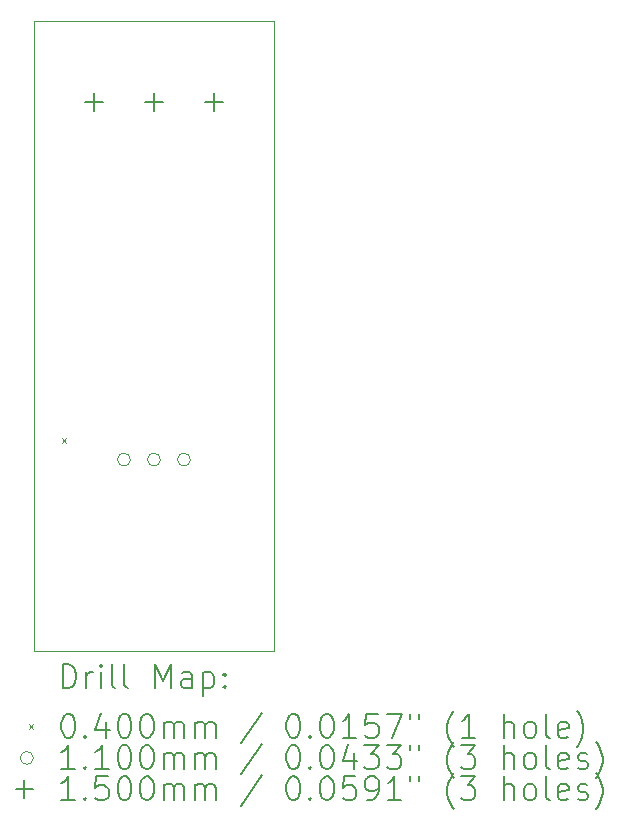
<source format=gbr>
%TF.GenerationSoftware,KiCad,Pcbnew,7.0.2*%
%TF.CreationDate,2023-05-13T17:25:25+02:00*%
%TF.ProjectId,Einschaltstrombegrenzung,45696e73-6368-4616-9c74-7374726f6d62,rev?*%
%TF.SameCoordinates,Original*%
%TF.FileFunction,Drillmap*%
%TF.FilePolarity,Positive*%
%FSLAX45Y45*%
G04 Gerber Fmt 4.5, Leading zero omitted, Abs format (unit mm)*
G04 Created by KiCad (PCBNEW 7.0.2) date 2023-05-13 17:25:25*
%MOMM*%
%LPD*%
G01*
G04 APERTURE LIST*
%ADD10C,0.100000*%
%ADD11C,0.200000*%
%ADD12C,0.040000*%
%ADD13C,0.110000*%
%ADD14C,0.150000*%
G04 APERTURE END LIST*
D10*
X12700000Y-11938000D02*
X12700000Y-6604000D01*
X14732000Y-6604000D02*
X14732000Y-11938000D01*
X12700000Y-6604000D02*
X14732000Y-6604000D01*
X14732000Y-11938000D02*
X12700000Y-11938000D01*
D11*
D12*
X12934000Y-10140000D02*
X12974000Y-10180000D01*
X12974000Y-10140000D02*
X12934000Y-10180000D01*
D13*
X13517000Y-10321000D02*
G75*
G03*
X13517000Y-10321000I-55000J0D01*
G01*
X13771000Y-10321000D02*
G75*
G03*
X13771000Y-10321000I-55000J0D01*
G01*
X14025000Y-10321000D02*
G75*
G03*
X14025000Y-10321000I-55000J0D01*
G01*
D14*
X13208000Y-7218750D02*
X13208000Y-7368750D01*
X13133000Y-7293750D02*
X13283000Y-7293750D01*
X13716000Y-7218750D02*
X13716000Y-7368750D01*
X13641000Y-7293750D02*
X13791000Y-7293750D01*
X14224000Y-7218750D02*
X14224000Y-7368750D01*
X14149000Y-7293750D02*
X14299000Y-7293750D01*
D11*
X12942619Y-12255524D02*
X12942619Y-12055524D01*
X12942619Y-12055524D02*
X12990238Y-12055524D01*
X12990238Y-12055524D02*
X13018809Y-12065048D01*
X13018809Y-12065048D02*
X13037857Y-12084095D01*
X13037857Y-12084095D02*
X13047381Y-12103143D01*
X13047381Y-12103143D02*
X13056905Y-12141238D01*
X13056905Y-12141238D02*
X13056905Y-12169809D01*
X13056905Y-12169809D02*
X13047381Y-12207905D01*
X13047381Y-12207905D02*
X13037857Y-12226952D01*
X13037857Y-12226952D02*
X13018809Y-12246000D01*
X13018809Y-12246000D02*
X12990238Y-12255524D01*
X12990238Y-12255524D02*
X12942619Y-12255524D01*
X13142619Y-12255524D02*
X13142619Y-12122190D01*
X13142619Y-12160286D02*
X13152143Y-12141238D01*
X13152143Y-12141238D02*
X13161667Y-12131714D01*
X13161667Y-12131714D02*
X13180714Y-12122190D01*
X13180714Y-12122190D02*
X13199762Y-12122190D01*
X13266428Y-12255524D02*
X13266428Y-12122190D01*
X13266428Y-12055524D02*
X13256905Y-12065048D01*
X13256905Y-12065048D02*
X13266428Y-12074571D01*
X13266428Y-12074571D02*
X13275952Y-12065048D01*
X13275952Y-12065048D02*
X13266428Y-12055524D01*
X13266428Y-12055524D02*
X13266428Y-12074571D01*
X13390238Y-12255524D02*
X13371190Y-12246000D01*
X13371190Y-12246000D02*
X13361667Y-12226952D01*
X13361667Y-12226952D02*
X13361667Y-12055524D01*
X13495000Y-12255524D02*
X13475952Y-12246000D01*
X13475952Y-12246000D02*
X13466428Y-12226952D01*
X13466428Y-12226952D02*
X13466428Y-12055524D01*
X13723571Y-12255524D02*
X13723571Y-12055524D01*
X13723571Y-12055524D02*
X13790238Y-12198381D01*
X13790238Y-12198381D02*
X13856905Y-12055524D01*
X13856905Y-12055524D02*
X13856905Y-12255524D01*
X14037857Y-12255524D02*
X14037857Y-12150762D01*
X14037857Y-12150762D02*
X14028333Y-12131714D01*
X14028333Y-12131714D02*
X14009286Y-12122190D01*
X14009286Y-12122190D02*
X13971190Y-12122190D01*
X13971190Y-12122190D02*
X13952143Y-12131714D01*
X14037857Y-12246000D02*
X14018809Y-12255524D01*
X14018809Y-12255524D02*
X13971190Y-12255524D01*
X13971190Y-12255524D02*
X13952143Y-12246000D01*
X13952143Y-12246000D02*
X13942619Y-12226952D01*
X13942619Y-12226952D02*
X13942619Y-12207905D01*
X13942619Y-12207905D02*
X13952143Y-12188857D01*
X13952143Y-12188857D02*
X13971190Y-12179333D01*
X13971190Y-12179333D02*
X14018809Y-12179333D01*
X14018809Y-12179333D02*
X14037857Y-12169809D01*
X14133095Y-12122190D02*
X14133095Y-12322190D01*
X14133095Y-12131714D02*
X14152143Y-12122190D01*
X14152143Y-12122190D02*
X14190238Y-12122190D01*
X14190238Y-12122190D02*
X14209286Y-12131714D01*
X14209286Y-12131714D02*
X14218809Y-12141238D01*
X14218809Y-12141238D02*
X14228333Y-12160286D01*
X14228333Y-12160286D02*
X14228333Y-12217428D01*
X14228333Y-12217428D02*
X14218809Y-12236476D01*
X14218809Y-12236476D02*
X14209286Y-12246000D01*
X14209286Y-12246000D02*
X14190238Y-12255524D01*
X14190238Y-12255524D02*
X14152143Y-12255524D01*
X14152143Y-12255524D02*
X14133095Y-12246000D01*
X14314048Y-12236476D02*
X14323571Y-12246000D01*
X14323571Y-12246000D02*
X14314048Y-12255524D01*
X14314048Y-12255524D02*
X14304524Y-12246000D01*
X14304524Y-12246000D02*
X14314048Y-12236476D01*
X14314048Y-12236476D02*
X14314048Y-12255524D01*
X14314048Y-12131714D02*
X14323571Y-12141238D01*
X14323571Y-12141238D02*
X14314048Y-12150762D01*
X14314048Y-12150762D02*
X14304524Y-12141238D01*
X14304524Y-12141238D02*
X14314048Y-12131714D01*
X14314048Y-12131714D02*
X14314048Y-12150762D01*
D12*
X12655000Y-12563000D02*
X12695000Y-12603000D01*
X12695000Y-12563000D02*
X12655000Y-12603000D01*
D11*
X12980714Y-12475524D02*
X12999762Y-12475524D01*
X12999762Y-12475524D02*
X13018809Y-12485048D01*
X13018809Y-12485048D02*
X13028333Y-12494571D01*
X13028333Y-12494571D02*
X13037857Y-12513619D01*
X13037857Y-12513619D02*
X13047381Y-12551714D01*
X13047381Y-12551714D02*
X13047381Y-12599333D01*
X13047381Y-12599333D02*
X13037857Y-12637428D01*
X13037857Y-12637428D02*
X13028333Y-12656476D01*
X13028333Y-12656476D02*
X13018809Y-12666000D01*
X13018809Y-12666000D02*
X12999762Y-12675524D01*
X12999762Y-12675524D02*
X12980714Y-12675524D01*
X12980714Y-12675524D02*
X12961667Y-12666000D01*
X12961667Y-12666000D02*
X12952143Y-12656476D01*
X12952143Y-12656476D02*
X12942619Y-12637428D01*
X12942619Y-12637428D02*
X12933095Y-12599333D01*
X12933095Y-12599333D02*
X12933095Y-12551714D01*
X12933095Y-12551714D02*
X12942619Y-12513619D01*
X12942619Y-12513619D02*
X12952143Y-12494571D01*
X12952143Y-12494571D02*
X12961667Y-12485048D01*
X12961667Y-12485048D02*
X12980714Y-12475524D01*
X13133095Y-12656476D02*
X13142619Y-12666000D01*
X13142619Y-12666000D02*
X13133095Y-12675524D01*
X13133095Y-12675524D02*
X13123571Y-12666000D01*
X13123571Y-12666000D02*
X13133095Y-12656476D01*
X13133095Y-12656476D02*
X13133095Y-12675524D01*
X13314048Y-12542190D02*
X13314048Y-12675524D01*
X13266428Y-12466000D02*
X13218809Y-12608857D01*
X13218809Y-12608857D02*
X13342619Y-12608857D01*
X13456905Y-12475524D02*
X13475952Y-12475524D01*
X13475952Y-12475524D02*
X13495000Y-12485048D01*
X13495000Y-12485048D02*
X13504524Y-12494571D01*
X13504524Y-12494571D02*
X13514048Y-12513619D01*
X13514048Y-12513619D02*
X13523571Y-12551714D01*
X13523571Y-12551714D02*
X13523571Y-12599333D01*
X13523571Y-12599333D02*
X13514048Y-12637428D01*
X13514048Y-12637428D02*
X13504524Y-12656476D01*
X13504524Y-12656476D02*
X13495000Y-12666000D01*
X13495000Y-12666000D02*
X13475952Y-12675524D01*
X13475952Y-12675524D02*
X13456905Y-12675524D01*
X13456905Y-12675524D02*
X13437857Y-12666000D01*
X13437857Y-12666000D02*
X13428333Y-12656476D01*
X13428333Y-12656476D02*
X13418809Y-12637428D01*
X13418809Y-12637428D02*
X13409286Y-12599333D01*
X13409286Y-12599333D02*
X13409286Y-12551714D01*
X13409286Y-12551714D02*
X13418809Y-12513619D01*
X13418809Y-12513619D02*
X13428333Y-12494571D01*
X13428333Y-12494571D02*
X13437857Y-12485048D01*
X13437857Y-12485048D02*
X13456905Y-12475524D01*
X13647381Y-12475524D02*
X13666429Y-12475524D01*
X13666429Y-12475524D02*
X13685476Y-12485048D01*
X13685476Y-12485048D02*
X13695000Y-12494571D01*
X13695000Y-12494571D02*
X13704524Y-12513619D01*
X13704524Y-12513619D02*
X13714048Y-12551714D01*
X13714048Y-12551714D02*
X13714048Y-12599333D01*
X13714048Y-12599333D02*
X13704524Y-12637428D01*
X13704524Y-12637428D02*
X13695000Y-12656476D01*
X13695000Y-12656476D02*
X13685476Y-12666000D01*
X13685476Y-12666000D02*
X13666429Y-12675524D01*
X13666429Y-12675524D02*
X13647381Y-12675524D01*
X13647381Y-12675524D02*
X13628333Y-12666000D01*
X13628333Y-12666000D02*
X13618809Y-12656476D01*
X13618809Y-12656476D02*
X13609286Y-12637428D01*
X13609286Y-12637428D02*
X13599762Y-12599333D01*
X13599762Y-12599333D02*
X13599762Y-12551714D01*
X13599762Y-12551714D02*
X13609286Y-12513619D01*
X13609286Y-12513619D02*
X13618809Y-12494571D01*
X13618809Y-12494571D02*
X13628333Y-12485048D01*
X13628333Y-12485048D02*
X13647381Y-12475524D01*
X13799762Y-12675524D02*
X13799762Y-12542190D01*
X13799762Y-12561238D02*
X13809286Y-12551714D01*
X13809286Y-12551714D02*
X13828333Y-12542190D01*
X13828333Y-12542190D02*
X13856905Y-12542190D01*
X13856905Y-12542190D02*
X13875952Y-12551714D01*
X13875952Y-12551714D02*
X13885476Y-12570762D01*
X13885476Y-12570762D02*
X13885476Y-12675524D01*
X13885476Y-12570762D02*
X13895000Y-12551714D01*
X13895000Y-12551714D02*
X13914048Y-12542190D01*
X13914048Y-12542190D02*
X13942619Y-12542190D01*
X13942619Y-12542190D02*
X13961667Y-12551714D01*
X13961667Y-12551714D02*
X13971190Y-12570762D01*
X13971190Y-12570762D02*
X13971190Y-12675524D01*
X14066429Y-12675524D02*
X14066429Y-12542190D01*
X14066429Y-12561238D02*
X14075952Y-12551714D01*
X14075952Y-12551714D02*
X14095000Y-12542190D01*
X14095000Y-12542190D02*
X14123571Y-12542190D01*
X14123571Y-12542190D02*
X14142619Y-12551714D01*
X14142619Y-12551714D02*
X14152143Y-12570762D01*
X14152143Y-12570762D02*
X14152143Y-12675524D01*
X14152143Y-12570762D02*
X14161667Y-12551714D01*
X14161667Y-12551714D02*
X14180714Y-12542190D01*
X14180714Y-12542190D02*
X14209286Y-12542190D01*
X14209286Y-12542190D02*
X14228333Y-12551714D01*
X14228333Y-12551714D02*
X14237857Y-12570762D01*
X14237857Y-12570762D02*
X14237857Y-12675524D01*
X14628333Y-12466000D02*
X14456905Y-12723143D01*
X14885476Y-12475524D02*
X14904524Y-12475524D01*
X14904524Y-12475524D02*
X14923572Y-12485048D01*
X14923572Y-12485048D02*
X14933095Y-12494571D01*
X14933095Y-12494571D02*
X14942619Y-12513619D01*
X14942619Y-12513619D02*
X14952143Y-12551714D01*
X14952143Y-12551714D02*
X14952143Y-12599333D01*
X14952143Y-12599333D02*
X14942619Y-12637428D01*
X14942619Y-12637428D02*
X14933095Y-12656476D01*
X14933095Y-12656476D02*
X14923572Y-12666000D01*
X14923572Y-12666000D02*
X14904524Y-12675524D01*
X14904524Y-12675524D02*
X14885476Y-12675524D01*
X14885476Y-12675524D02*
X14866429Y-12666000D01*
X14866429Y-12666000D02*
X14856905Y-12656476D01*
X14856905Y-12656476D02*
X14847381Y-12637428D01*
X14847381Y-12637428D02*
X14837857Y-12599333D01*
X14837857Y-12599333D02*
X14837857Y-12551714D01*
X14837857Y-12551714D02*
X14847381Y-12513619D01*
X14847381Y-12513619D02*
X14856905Y-12494571D01*
X14856905Y-12494571D02*
X14866429Y-12485048D01*
X14866429Y-12485048D02*
X14885476Y-12475524D01*
X15037857Y-12656476D02*
X15047381Y-12666000D01*
X15047381Y-12666000D02*
X15037857Y-12675524D01*
X15037857Y-12675524D02*
X15028333Y-12666000D01*
X15028333Y-12666000D02*
X15037857Y-12656476D01*
X15037857Y-12656476D02*
X15037857Y-12675524D01*
X15171191Y-12475524D02*
X15190238Y-12475524D01*
X15190238Y-12475524D02*
X15209286Y-12485048D01*
X15209286Y-12485048D02*
X15218810Y-12494571D01*
X15218810Y-12494571D02*
X15228333Y-12513619D01*
X15228333Y-12513619D02*
X15237857Y-12551714D01*
X15237857Y-12551714D02*
X15237857Y-12599333D01*
X15237857Y-12599333D02*
X15228333Y-12637428D01*
X15228333Y-12637428D02*
X15218810Y-12656476D01*
X15218810Y-12656476D02*
X15209286Y-12666000D01*
X15209286Y-12666000D02*
X15190238Y-12675524D01*
X15190238Y-12675524D02*
X15171191Y-12675524D01*
X15171191Y-12675524D02*
X15152143Y-12666000D01*
X15152143Y-12666000D02*
X15142619Y-12656476D01*
X15142619Y-12656476D02*
X15133095Y-12637428D01*
X15133095Y-12637428D02*
X15123572Y-12599333D01*
X15123572Y-12599333D02*
X15123572Y-12551714D01*
X15123572Y-12551714D02*
X15133095Y-12513619D01*
X15133095Y-12513619D02*
X15142619Y-12494571D01*
X15142619Y-12494571D02*
X15152143Y-12485048D01*
X15152143Y-12485048D02*
X15171191Y-12475524D01*
X15428333Y-12675524D02*
X15314048Y-12675524D01*
X15371191Y-12675524D02*
X15371191Y-12475524D01*
X15371191Y-12475524D02*
X15352143Y-12504095D01*
X15352143Y-12504095D02*
X15333095Y-12523143D01*
X15333095Y-12523143D02*
X15314048Y-12532667D01*
X15609286Y-12475524D02*
X15514048Y-12475524D01*
X15514048Y-12475524D02*
X15504524Y-12570762D01*
X15504524Y-12570762D02*
X15514048Y-12561238D01*
X15514048Y-12561238D02*
X15533095Y-12551714D01*
X15533095Y-12551714D02*
X15580714Y-12551714D01*
X15580714Y-12551714D02*
X15599762Y-12561238D01*
X15599762Y-12561238D02*
X15609286Y-12570762D01*
X15609286Y-12570762D02*
X15618810Y-12589809D01*
X15618810Y-12589809D02*
X15618810Y-12637428D01*
X15618810Y-12637428D02*
X15609286Y-12656476D01*
X15609286Y-12656476D02*
X15599762Y-12666000D01*
X15599762Y-12666000D02*
X15580714Y-12675524D01*
X15580714Y-12675524D02*
X15533095Y-12675524D01*
X15533095Y-12675524D02*
X15514048Y-12666000D01*
X15514048Y-12666000D02*
X15504524Y-12656476D01*
X15685476Y-12475524D02*
X15818810Y-12475524D01*
X15818810Y-12475524D02*
X15733095Y-12675524D01*
X15885476Y-12475524D02*
X15885476Y-12513619D01*
X15961667Y-12475524D02*
X15961667Y-12513619D01*
X16256905Y-12751714D02*
X16247381Y-12742190D01*
X16247381Y-12742190D02*
X16228334Y-12713619D01*
X16228334Y-12713619D02*
X16218810Y-12694571D01*
X16218810Y-12694571D02*
X16209286Y-12666000D01*
X16209286Y-12666000D02*
X16199762Y-12618381D01*
X16199762Y-12618381D02*
X16199762Y-12580286D01*
X16199762Y-12580286D02*
X16209286Y-12532667D01*
X16209286Y-12532667D02*
X16218810Y-12504095D01*
X16218810Y-12504095D02*
X16228334Y-12485048D01*
X16228334Y-12485048D02*
X16247381Y-12456476D01*
X16247381Y-12456476D02*
X16256905Y-12446952D01*
X16437857Y-12675524D02*
X16323572Y-12675524D01*
X16380714Y-12675524D02*
X16380714Y-12475524D01*
X16380714Y-12475524D02*
X16361667Y-12504095D01*
X16361667Y-12504095D02*
X16342619Y-12523143D01*
X16342619Y-12523143D02*
X16323572Y-12532667D01*
X16675953Y-12675524D02*
X16675953Y-12475524D01*
X16761667Y-12675524D02*
X16761667Y-12570762D01*
X16761667Y-12570762D02*
X16752143Y-12551714D01*
X16752143Y-12551714D02*
X16733096Y-12542190D01*
X16733096Y-12542190D02*
X16704524Y-12542190D01*
X16704524Y-12542190D02*
X16685476Y-12551714D01*
X16685476Y-12551714D02*
X16675953Y-12561238D01*
X16885477Y-12675524D02*
X16866429Y-12666000D01*
X16866429Y-12666000D02*
X16856905Y-12656476D01*
X16856905Y-12656476D02*
X16847381Y-12637428D01*
X16847381Y-12637428D02*
X16847381Y-12580286D01*
X16847381Y-12580286D02*
X16856905Y-12561238D01*
X16856905Y-12561238D02*
X16866429Y-12551714D01*
X16866429Y-12551714D02*
X16885477Y-12542190D01*
X16885477Y-12542190D02*
X16914048Y-12542190D01*
X16914048Y-12542190D02*
X16933096Y-12551714D01*
X16933096Y-12551714D02*
X16942619Y-12561238D01*
X16942619Y-12561238D02*
X16952143Y-12580286D01*
X16952143Y-12580286D02*
X16952143Y-12637428D01*
X16952143Y-12637428D02*
X16942619Y-12656476D01*
X16942619Y-12656476D02*
X16933096Y-12666000D01*
X16933096Y-12666000D02*
X16914048Y-12675524D01*
X16914048Y-12675524D02*
X16885477Y-12675524D01*
X17066429Y-12675524D02*
X17047381Y-12666000D01*
X17047381Y-12666000D02*
X17037858Y-12646952D01*
X17037858Y-12646952D02*
X17037858Y-12475524D01*
X17218810Y-12666000D02*
X17199762Y-12675524D01*
X17199762Y-12675524D02*
X17161667Y-12675524D01*
X17161667Y-12675524D02*
X17142619Y-12666000D01*
X17142619Y-12666000D02*
X17133096Y-12646952D01*
X17133096Y-12646952D02*
X17133096Y-12570762D01*
X17133096Y-12570762D02*
X17142619Y-12551714D01*
X17142619Y-12551714D02*
X17161667Y-12542190D01*
X17161667Y-12542190D02*
X17199762Y-12542190D01*
X17199762Y-12542190D02*
X17218810Y-12551714D01*
X17218810Y-12551714D02*
X17228334Y-12570762D01*
X17228334Y-12570762D02*
X17228334Y-12589809D01*
X17228334Y-12589809D02*
X17133096Y-12608857D01*
X17295000Y-12751714D02*
X17304524Y-12742190D01*
X17304524Y-12742190D02*
X17323572Y-12713619D01*
X17323572Y-12713619D02*
X17333096Y-12694571D01*
X17333096Y-12694571D02*
X17342619Y-12666000D01*
X17342619Y-12666000D02*
X17352143Y-12618381D01*
X17352143Y-12618381D02*
X17352143Y-12580286D01*
X17352143Y-12580286D02*
X17342619Y-12532667D01*
X17342619Y-12532667D02*
X17333096Y-12504095D01*
X17333096Y-12504095D02*
X17323572Y-12485048D01*
X17323572Y-12485048D02*
X17304524Y-12456476D01*
X17304524Y-12456476D02*
X17295000Y-12446952D01*
D13*
X12695000Y-12847000D02*
G75*
G03*
X12695000Y-12847000I-55000J0D01*
G01*
D11*
X13047381Y-12939524D02*
X12933095Y-12939524D01*
X12990238Y-12939524D02*
X12990238Y-12739524D01*
X12990238Y-12739524D02*
X12971190Y-12768095D01*
X12971190Y-12768095D02*
X12952143Y-12787143D01*
X12952143Y-12787143D02*
X12933095Y-12796667D01*
X13133095Y-12920476D02*
X13142619Y-12930000D01*
X13142619Y-12930000D02*
X13133095Y-12939524D01*
X13133095Y-12939524D02*
X13123571Y-12930000D01*
X13123571Y-12930000D02*
X13133095Y-12920476D01*
X13133095Y-12920476D02*
X13133095Y-12939524D01*
X13333095Y-12939524D02*
X13218809Y-12939524D01*
X13275952Y-12939524D02*
X13275952Y-12739524D01*
X13275952Y-12739524D02*
X13256905Y-12768095D01*
X13256905Y-12768095D02*
X13237857Y-12787143D01*
X13237857Y-12787143D02*
X13218809Y-12796667D01*
X13456905Y-12739524D02*
X13475952Y-12739524D01*
X13475952Y-12739524D02*
X13495000Y-12749048D01*
X13495000Y-12749048D02*
X13504524Y-12758571D01*
X13504524Y-12758571D02*
X13514048Y-12777619D01*
X13514048Y-12777619D02*
X13523571Y-12815714D01*
X13523571Y-12815714D02*
X13523571Y-12863333D01*
X13523571Y-12863333D02*
X13514048Y-12901428D01*
X13514048Y-12901428D02*
X13504524Y-12920476D01*
X13504524Y-12920476D02*
X13495000Y-12930000D01*
X13495000Y-12930000D02*
X13475952Y-12939524D01*
X13475952Y-12939524D02*
X13456905Y-12939524D01*
X13456905Y-12939524D02*
X13437857Y-12930000D01*
X13437857Y-12930000D02*
X13428333Y-12920476D01*
X13428333Y-12920476D02*
X13418809Y-12901428D01*
X13418809Y-12901428D02*
X13409286Y-12863333D01*
X13409286Y-12863333D02*
X13409286Y-12815714D01*
X13409286Y-12815714D02*
X13418809Y-12777619D01*
X13418809Y-12777619D02*
X13428333Y-12758571D01*
X13428333Y-12758571D02*
X13437857Y-12749048D01*
X13437857Y-12749048D02*
X13456905Y-12739524D01*
X13647381Y-12739524D02*
X13666429Y-12739524D01*
X13666429Y-12739524D02*
X13685476Y-12749048D01*
X13685476Y-12749048D02*
X13695000Y-12758571D01*
X13695000Y-12758571D02*
X13704524Y-12777619D01*
X13704524Y-12777619D02*
X13714048Y-12815714D01*
X13714048Y-12815714D02*
X13714048Y-12863333D01*
X13714048Y-12863333D02*
X13704524Y-12901428D01*
X13704524Y-12901428D02*
X13695000Y-12920476D01*
X13695000Y-12920476D02*
X13685476Y-12930000D01*
X13685476Y-12930000D02*
X13666429Y-12939524D01*
X13666429Y-12939524D02*
X13647381Y-12939524D01*
X13647381Y-12939524D02*
X13628333Y-12930000D01*
X13628333Y-12930000D02*
X13618809Y-12920476D01*
X13618809Y-12920476D02*
X13609286Y-12901428D01*
X13609286Y-12901428D02*
X13599762Y-12863333D01*
X13599762Y-12863333D02*
X13599762Y-12815714D01*
X13599762Y-12815714D02*
X13609286Y-12777619D01*
X13609286Y-12777619D02*
X13618809Y-12758571D01*
X13618809Y-12758571D02*
X13628333Y-12749048D01*
X13628333Y-12749048D02*
X13647381Y-12739524D01*
X13799762Y-12939524D02*
X13799762Y-12806190D01*
X13799762Y-12825238D02*
X13809286Y-12815714D01*
X13809286Y-12815714D02*
X13828333Y-12806190D01*
X13828333Y-12806190D02*
X13856905Y-12806190D01*
X13856905Y-12806190D02*
X13875952Y-12815714D01*
X13875952Y-12815714D02*
X13885476Y-12834762D01*
X13885476Y-12834762D02*
X13885476Y-12939524D01*
X13885476Y-12834762D02*
X13895000Y-12815714D01*
X13895000Y-12815714D02*
X13914048Y-12806190D01*
X13914048Y-12806190D02*
X13942619Y-12806190D01*
X13942619Y-12806190D02*
X13961667Y-12815714D01*
X13961667Y-12815714D02*
X13971190Y-12834762D01*
X13971190Y-12834762D02*
X13971190Y-12939524D01*
X14066429Y-12939524D02*
X14066429Y-12806190D01*
X14066429Y-12825238D02*
X14075952Y-12815714D01*
X14075952Y-12815714D02*
X14095000Y-12806190D01*
X14095000Y-12806190D02*
X14123571Y-12806190D01*
X14123571Y-12806190D02*
X14142619Y-12815714D01*
X14142619Y-12815714D02*
X14152143Y-12834762D01*
X14152143Y-12834762D02*
X14152143Y-12939524D01*
X14152143Y-12834762D02*
X14161667Y-12815714D01*
X14161667Y-12815714D02*
X14180714Y-12806190D01*
X14180714Y-12806190D02*
X14209286Y-12806190D01*
X14209286Y-12806190D02*
X14228333Y-12815714D01*
X14228333Y-12815714D02*
X14237857Y-12834762D01*
X14237857Y-12834762D02*
X14237857Y-12939524D01*
X14628333Y-12730000D02*
X14456905Y-12987143D01*
X14885476Y-12739524D02*
X14904524Y-12739524D01*
X14904524Y-12739524D02*
X14923572Y-12749048D01*
X14923572Y-12749048D02*
X14933095Y-12758571D01*
X14933095Y-12758571D02*
X14942619Y-12777619D01*
X14942619Y-12777619D02*
X14952143Y-12815714D01*
X14952143Y-12815714D02*
X14952143Y-12863333D01*
X14952143Y-12863333D02*
X14942619Y-12901428D01*
X14942619Y-12901428D02*
X14933095Y-12920476D01*
X14933095Y-12920476D02*
X14923572Y-12930000D01*
X14923572Y-12930000D02*
X14904524Y-12939524D01*
X14904524Y-12939524D02*
X14885476Y-12939524D01*
X14885476Y-12939524D02*
X14866429Y-12930000D01*
X14866429Y-12930000D02*
X14856905Y-12920476D01*
X14856905Y-12920476D02*
X14847381Y-12901428D01*
X14847381Y-12901428D02*
X14837857Y-12863333D01*
X14837857Y-12863333D02*
X14837857Y-12815714D01*
X14837857Y-12815714D02*
X14847381Y-12777619D01*
X14847381Y-12777619D02*
X14856905Y-12758571D01*
X14856905Y-12758571D02*
X14866429Y-12749048D01*
X14866429Y-12749048D02*
X14885476Y-12739524D01*
X15037857Y-12920476D02*
X15047381Y-12930000D01*
X15047381Y-12930000D02*
X15037857Y-12939524D01*
X15037857Y-12939524D02*
X15028333Y-12930000D01*
X15028333Y-12930000D02*
X15037857Y-12920476D01*
X15037857Y-12920476D02*
X15037857Y-12939524D01*
X15171191Y-12739524D02*
X15190238Y-12739524D01*
X15190238Y-12739524D02*
X15209286Y-12749048D01*
X15209286Y-12749048D02*
X15218810Y-12758571D01*
X15218810Y-12758571D02*
X15228333Y-12777619D01*
X15228333Y-12777619D02*
X15237857Y-12815714D01*
X15237857Y-12815714D02*
X15237857Y-12863333D01*
X15237857Y-12863333D02*
X15228333Y-12901428D01*
X15228333Y-12901428D02*
X15218810Y-12920476D01*
X15218810Y-12920476D02*
X15209286Y-12930000D01*
X15209286Y-12930000D02*
X15190238Y-12939524D01*
X15190238Y-12939524D02*
X15171191Y-12939524D01*
X15171191Y-12939524D02*
X15152143Y-12930000D01*
X15152143Y-12930000D02*
X15142619Y-12920476D01*
X15142619Y-12920476D02*
X15133095Y-12901428D01*
X15133095Y-12901428D02*
X15123572Y-12863333D01*
X15123572Y-12863333D02*
X15123572Y-12815714D01*
X15123572Y-12815714D02*
X15133095Y-12777619D01*
X15133095Y-12777619D02*
X15142619Y-12758571D01*
X15142619Y-12758571D02*
X15152143Y-12749048D01*
X15152143Y-12749048D02*
X15171191Y-12739524D01*
X15409286Y-12806190D02*
X15409286Y-12939524D01*
X15361667Y-12730000D02*
X15314048Y-12872857D01*
X15314048Y-12872857D02*
X15437857Y-12872857D01*
X15495000Y-12739524D02*
X15618810Y-12739524D01*
X15618810Y-12739524D02*
X15552143Y-12815714D01*
X15552143Y-12815714D02*
X15580714Y-12815714D01*
X15580714Y-12815714D02*
X15599762Y-12825238D01*
X15599762Y-12825238D02*
X15609286Y-12834762D01*
X15609286Y-12834762D02*
X15618810Y-12853809D01*
X15618810Y-12853809D02*
X15618810Y-12901428D01*
X15618810Y-12901428D02*
X15609286Y-12920476D01*
X15609286Y-12920476D02*
X15599762Y-12930000D01*
X15599762Y-12930000D02*
X15580714Y-12939524D01*
X15580714Y-12939524D02*
X15523572Y-12939524D01*
X15523572Y-12939524D02*
X15504524Y-12930000D01*
X15504524Y-12930000D02*
X15495000Y-12920476D01*
X15685476Y-12739524D02*
X15809286Y-12739524D01*
X15809286Y-12739524D02*
X15742619Y-12815714D01*
X15742619Y-12815714D02*
X15771191Y-12815714D01*
X15771191Y-12815714D02*
X15790238Y-12825238D01*
X15790238Y-12825238D02*
X15799762Y-12834762D01*
X15799762Y-12834762D02*
X15809286Y-12853809D01*
X15809286Y-12853809D02*
X15809286Y-12901428D01*
X15809286Y-12901428D02*
X15799762Y-12920476D01*
X15799762Y-12920476D02*
X15790238Y-12930000D01*
X15790238Y-12930000D02*
X15771191Y-12939524D01*
X15771191Y-12939524D02*
X15714048Y-12939524D01*
X15714048Y-12939524D02*
X15695000Y-12930000D01*
X15695000Y-12930000D02*
X15685476Y-12920476D01*
X15885476Y-12739524D02*
X15885476Y-12777619D01*
X15961667Y-12739524D02*
X15961667Y-12777619D01*
X16256905Y-13015714D02*
X16247381Y-13006190D01*
X16247381Y-13006190D02*
X16228334Y-12977619D01*
X16228334Y-12977619D02*
X16218810Y-12958571D01*
X16218810Y-12958571D02*
X16209286Y-12930000D01*
X16209286Y-12930000D02*
X16199762Y-12882381D01*
X16199762Y-12882381D02*
X16199762Y-12844286D01*
X16199762Y-12844286D02*
X16209286Y-12796667D01*
X16209286Y-12796667D02*
X16218810Y-12768095D01*
X16218810Y-12768095D02*
X16228334Y-12749048D01*
X16228334Y-12749048D02*
X16247381Y-12720476D01*
X16247381Y-12720476D02*
X16256905Y-12710952D01*
X16314048Y-12739524D02*
X16437857Y-12739524D01*
X16437857Y-12739524D02*
X16371191Y-12815714D01*
X16371191Y-12815714D02*
X16399762Y-12815714D01*
X16399762Y-12815714D02*
X16418810Y-12825238D01*
X16418810Y-12825238D02*
X16428334Y-12834762D01*
X16428334Y-12834762D02*
X16437857Y-12853809D01*
X16437857Y-12853809D02*
X16437857Y-12901428D01*
X16437857Y-12901428D02*
X16428334Y-12920476D01*
X16428334Y-12920476D02*
X16418810Y-12930000D01*
X16418810Y-12930000D02*
X16399762Y-12939524D01*
X16399762Y-12939524D02*
X16342619Y-12939524D01*
X16342619Y-12939524D02*
X16323572Y-12930000D01*
X16323572Y-12930000D02*
X16314048Y-12920476D01*
X16675953Y-12939524D02*
X16675953Y-12739524D01*
X16761667Y-12939524D02*
X16761667Y-12834762D01*
X16761667Y-12834762D02*
X16752143Y-12815714D01*
X16752143Y-12815714D02*
X16733096Y-12806190D01*
X16733096Y-12806190D02*
X16704524Y-12806190D01*
X16704524Y-12806190D02*
X16685476Y-12815714D01*
X16685476Y-12815714D02*
X16675953Y-12825238D01*
X16885477Y-12939524D02*
X16866429Y-12930000D01*
X16866429Y-12930000D02*
X16856905Y-12920476D01*
X16856905Y-12920476D02*
X16847381Y-12901428D01*
X16847381Y-12901428D02*
X16847381Y-12844286D01*
X16847381Y-12844286D02*
X16856905Y-12825238D01*
X16856905Y-12825238D02*
X16866429Y-12815714D01*
X16866429Y-12815714D02*
X16885477Y-12806190D01*
X16885477Y-12806190D02*
X16914048Y-12806190D01*
X16914048Y-12806190D02*
X16933096Y-12815714D01*
X16933096Y-12815714D02*
X16942619Y-12825238D01*
X16942619Y-12825238D02*
X16952143Y-12844286D01*
X16952143Y-12844286D02*
X16952143Y-12901428D01*
X16952143Y-12901428D02*
X16942619Y-12920476D01*
X16942619Y-12920476D02*
X16933096Y-12930000D01*
X16933096Y-12930000D02*
X16914048Y-12939524D01*
X16914048Y-12939524D02*
X16885477Y-12939524D01*
X17066429Y-12939524D02*
X17047381Y-12930000D01*
X17047381Y-12930000D02*
X17037858Y-12910952D01*
X17037858Y-12910952D02*
X17037858Y-12739524D01*
X17218810Y-12930000D02*
X17199762Y-12939524D01*
X17199762Y-12939524D02*
X17161667Y-12939524D01*
X17161667Y-12939524D02*
X17142619Y-12930000D01*
X17142619Y-12930000D02*
X17133096Y-12910952D01*
X17133096Y-12910952D02*
X17133096Y-12834762D01*
X17133096Y-12834762D02*
X17142619Y-12815714D01*
X17142619Y-12815714D02*
X17161667Y-12806190D01*
X17161667Y-12806190D02*
X17199762Y-12806190D01*
X17199762Y-12806190D02*
X17218810Y-12815714D01*
X17218810Y-12815714D02*
X17228334Y-12834762D01*
X17228334Y-12834762D02*
X17228334Y-12853809D01*
X17228334Y-12853809D02*
X17133096Y-12872857D01*
X17304524Y-12930000D02*
X17323572Y-12939524D01*
X17323572Y-12939524D02*
X17361667Y-12939524D01*
X17361667Y-12939524D02*
X17380715Y-12930000D01*
X17380715Y-12930000D02*
X17390239Y-12910952D01*
X17390239Y-12910952D02*
X17390239Y-12901428D01*
X17390239Y-12901428D02*
X17380715Y-12882381D01*
X17380715Y-12882381D02*
X17361667Y-12872857D01*
X17361667Y-12872857D02*
X17333096Y-12872857D01*
X17333096Y-12872857D02*
X17314048Y-12863333D01*
X17314048Y-12863333D02*
X17304524Y-12844286D01*
X17304524Y-12844286D02*
X17304524Y-12834762D01*
X17304524Y-12834762D02*
X17314048Y-12815714D01*
X17314048Y-12815714D02*
X17333096Y-12806190D01*
X17333096Y-12806190D02*
X17361667Y-12806190D01*
X17361667Y-12806190D02*
X17380715Y-12815714D01*
X17456905Y-13015714D02*
X17466429Y-13006190D01*
X17466429Y-13006190D02*
X17485477Y-12977619D01*
X17485477Y-12977619D02*
X17495000Y-12958571D01*
X17495000Y-12958571D02*
X17504524Y-12930000D01*
X17504524Y-12930000D02*
X17514048Y-12882381D01*
X17514048Y-12882381D02*
X17514048Y-12844286D01*
X17514048Y-12844286D02*
X17504524Y-12796667D01*
X17504524Y-12796667D02*
X17495000Y-12768095D01*
X17495000Y-12768095D02*
X17485477Y-12749048D01*
X17485477Y-12749048D02*
X17466429Y-12720476D01*
X17466429Y-12720476D02*
X17456905Y-12710952D01*
D14*
X12620000Y-13036000D02*
X12620000Y-13186000D01*
X12545000Y-13111000D02*
X12695000Y-13111000D01*
D11*
X13047381Y-13203524D02*
X12933095Y-13203524D01*
X12990238Y-13203524D02*
X12990238Y-13003524D01*
X12990238Y-13003524D02*
X12971190Y-13032095D01*
X12971190Y-13032095D02*
X12952143Y-13051143D01*
X12952143Y-13051143D02*
X12933095Y-13060667D01*
X13133095Y-13184476D02*
X13142619Y-13194000D01*
X13142619Y-13194000D02*
X13133095Y-13203524D01*
X13133095Y-13203524D02*
X13123571Y-13194000D01*
X13123571Y-13194000D02*
X13133095Y-13184476D01*
X13133095Y-13184476D02*
X13133095Y-13203524D01*
X13323571Y-13003524D02*
X13228333Y-13003524D01*
X13228333Y-13003524D02*
X13218809Y-13098762D01*
X13218809Y-13098762D02*
X13228333Y-13089238D01*
X13228333Y-13089238D02*
X13247381Y-13079714D01*
X13247381Y-13079714D02*
X13295000Y-13079714D01*
X13295000Y-13079714D02*
X13314048Y-13089238D01*
X13314048Y-13089238D02*
X13323571Y-13098762D01*
X13323571Y-13098762D02*
X13333095Y-13117809D01*
X13333095Y-13117809D02*
X13333095Y-13165428D01*
X13333095Y-13165428D02*
X13323571Y-13184476D01*
X13323571Y-13184476D02*
X13314048Y-13194000D01*
X13314048Y-13194000D02*
X13295000Y-13203524D01*
X13295000Y-13203524D02*
X13247381Y-13203524D01*
X13247381Y-13203524D02*
X13228333Y-13194000D01*
X13228333Y-13194000D02*
X13218809Y-13184476D01*
X13456905Y-13003524D02*
X13475952Y-13003524D01*
X13475952Y-13003524D02*
X13495000Y-13013048D01*
X13495000Y-13013048D02*
X13504524Y-13022571D01*
X13504524Y-13022571D02*
X13514048Y-13041619D01*
X13514048Y-13041619D02*
X13523571Y-13079714D01*
X13523571Y-13079714D02*
X13523571Y-13127333D01*
X13523571Y-13127333D02*
X13514048Y-13165428D01*
X13514048Y-13165428D02*
X13504524Y-13184476D01*
X13504524Y-13184476D02*
X13495000Y-13194000D01*
X13495000Y-13194000D02*
X13475952Y-13203524D01*
X13475952Y-13203524D02*
X13456905Y-13203524D01*
X13456905Y-13203524D02*
X13437857Y-13194000D01*
X13437857Y-13194000D02*
X13428333Y-13184476D01*
X13428333Y-13184476D02*
X13418809Y-13165428D01*
X13418809Y-13165428D02*
X13409286Y-13127333D01*
X13409286Y-13127333D02*
X13409286Y-13079714D01*
X13409286Y-13079714D02*
X13418809Y-13041619D01*
X13418809Y-13041619D02*
X13428333Y-13022571D01*
X13428333Y-13022571D02*
X13437857Y-13013048D01*
X13437857Y-13013048D02*
X13456905Y-13003524D01*
X13647381Y-13003524D02*
X13666429Y-13003524D01*
X13666429Y-13003524D02*
X13685476Y-13013048D01*
X13685476Y-13013048D02*
X13695000Y-13022571D01*
X13695000Y-13022571D02*
X13704524Y-13041619D01*
X13704524Y-13041619D02*
X13714048Y-13079714D01*
X13714048Y-13079714D02*
X13714048Y-13127333D01*
X13714048Y-13127333D02*
X13704524Y-13165428D01*
X13704524Y-13165428D02*
X13695000Y-13184476D01*
X13695000Y-13184476D02*
X13685476Y-13194000D01*
X13685476Y-13194000D02*
X13666429Y-13203524D01*
X13666429Y-13203524D02*
X13647381Y-13203524D01*
X13647381Y-13203524D02*
X13628333Y-13194000D01*
X13628333Y-13194000D02*
X13618809Y-13184476D01*
X13618809Y-13184476D02*
X13609286Y-13165428D01*
X13609286Y-13165428D02*
X13599762Y-13127333D01*
X13599762Y-13127333D02*
X13599762Y-13079714D01*
X13599762Y-13079714D02*
X13609286Y-13041619D01*
X13609286Y-13041619D02*
X13618809Y-13022571D01*
X13618809Y-13022571D02*
X13628333Y-13013048D01*
X13628333Y-13013048D02*
X13647381Y-13003524D01*
X13799762Y-13203524D02*
X13799762Y-13070190D01*
X13799762Y-13089238D02*
X13809286Y-13079714D01*
X13809286Y-13079714D02*
X13828333Y-13070190D01*
X13828333Y-13070190D02*
X13856905Y-13070190D01*
X13856905Y-13070190D02*
X13875952Y-13079714D01*
X13875952Y-13079714D02*
X13885476Y-13098762D01*
X13885476Y-13098762D02*
X13885476Y-13203524D01*
X13885476Y-13098762D02*
X13895000Y-13079714D01*
X13895000Y-13079714D02*
X13914048Y-13070190D01*
X13914048Y-13070190D02*
X13942619Y-13070190D01*
X13942619Y-13070190D02*
X13961667Y-13079714D01*
X13961667Y-13079714D02*
X13971190Y-13098762D01*
X13971190Y-13098762D02*
X13971190Y-13203524D01*
X14066429Y-13203524D02*
X14066429Y-13070190D01*
X14066429Y-13089238D02*
X14075952Y-13079714D01*
X14075952Y-13079714D02*
X14095000Y-13070190D01*
X14095000Y-13070190D02*
X14123571Y-13070190D01*
X14123571Y-13070190D02*
X14142619Y-13079714D01*
X14142619Y-13079714D02*
X14152143Y-13098762D01*
X14152143Y-13098762D02*
X14152143Y-13203524D01*
X14152143Y-13098762D02*
X14161667Y-13079714D01*
X14161667Y-13079714D02*
X14180714Y-13070190D01*
X14180714Y-13070190D02*
X14209286Y-13070190D01*
X14209286Y-13070190D02*
X14228333Y-13079714D01*
X14228333Y-13079714D02*
X14237857Y-13098762D01*
X14237857Y-13098762D02*
X14237857Y-13203524D01*
X14628333Y-12994000D02*
X14456905Y-13251143D01*
X14885476Y-13003524D02*
X14904524Y-13003524D01*
X14904524Y-13003524D02*
X14923572Y-13013048D01*
X14923572Y-13013048D02*
X14933095Y-13022571D01*
X14933095Y-13022571D02*
X14942619Y-13041619D01*
X14942619Y-13041619D02*
X14952143Y-13079714D01*
X14952143Y-13079714D02*
X14952143Y-13127333D01*
X14952143Y-13127333D02*
X14942619Y-13165428D01*
X14942619Y-13165428D02*
X14933095Y-13184476D01*
X14933095Y-13184476D02*
X14923572Y-13194000D01*
X14923572Y-13194000D02*
X14904524Y-13203524D01*
X14904524Y-13203524D02*
X14885476Y-13203524D01*
X14885476Y-13203524D02*
X14866429Y-13194000D01*
X14866429Y-13194000D02*
X14856905Y-13184476D01*
X14856905Y-13184476D02*
X14847381Y-13165428D01*
X14847381Y-13165428D02*
X14837857Y-13127333D01*
X14837857Y-13127333D02*
X14837857Y-13079714D01*
X14837857Y-13079714D02*
X14847381Y-13041619D01*
X14847381Y-13041619D02*
X14856905Y-13022571D01*
X14856905Y-13022571D02*
X14866429Y-13013048D01*
X14866429Y-13013048D02*
X14885476Y-13003524D01*
X15037857Y-13184476D02*
X15047381Y-13194000D01*
X15047381Y-13194000D02*
X15037857Y-13203524D01*
X15037857Y-13203524D02*
X15028333Y-13194000D01*
X15028333Y-13194000D02*
X15037857Y-13184476D01*
X15037857Y-13184476D02*
X15037857Y-13203524D01*
X15171191Y-13003524D02*
X15190238Y-13003524D01*
X15190238Y-13003524D02*
X15209286Y-13013048D01*
X15209286Y-13013048D02*
X15218810Y-13022571D01*
X15218810Y-13022571D02*
X15228333Y-13041619D01*
X15228333Y-13041619D02*
X15237857Y-13079714D01*
X15237857Y-13079714D02*
X15237857Y-13127333D01*
X15237857Y-13127333D02*
X15228333Y-13165428D01*
X15228333Y-13165428D02*
X15218810Y-13184476D01*
X15218810Y-13184476D02*
X15209286Y-13194000D01*
X15209286Y-13194000D02*
X15190238Y-13203524D01*
X15190238Y-13203524D02*
X15171191Y-13203524D01*
X15171191Y-13203524D02*
X15152143Y-13194000D01*
X15152143Y-13194000D02*
X15142619Y-13184476D01*
X15142619Y-13184476D02*
X15133095Y-13165428D01*
X15133095Y-13165428D02*
X15123572Y-13127333D01*
X15123572Y-13127333D02*
X15123572Y-13079714D01*
X15123572Y-13079714D02*
X15133095Y-13041619D01*
X15133095Y-13041619D02*
X15142619Y-13022571D01*
X15142619Y-13022571D02*
X15152143Y-13013048D01*
X15152143Y-13013048D02*
X15171191Y-13003524D01*
X15418810Y-13003524D02*
X15323572Y-13003524D01*
X15323572Y-13003524D02*
X15314048Y-13098762D01*
X15314048Y-13098762D02*
X15323572Y-13089238D01*
X15323572Y-13089238D02*
X15342619Y-13079714D01*
X15342619Y-13079714D02*
X15390238Y-13079714D01*
X15390238Y-13079714D02*
X15409286Y-13089238D01*
X15409286Y-13089238D02*
X15418810Y-13098762D01*
X15418810Y-13098762D02*
X15428333Y-13117809D01*
X15428333Y-13117809D02*
X15428333Y-13165428D01*
X15428333Y-13165428D02*
X15418810Y-13184476D01*
X15418810Y-13184476D02*
X15409286Y-13194000D01*
X15409286Y-13194000D02*
X15390238Y-13203524D01*
X15390238Y-13203524D02*
X15342619Y-13203524D01*
X15342619Y-13203524D02*
X15323572Y-13194000D01*
X15323572Y-13194000D02*
X15314048Y-13184476D01*
X15523572Y-13203524D02*
X15561667Y-13203524D01*
X15561667Y-13203524D02*
X15580714Y-13194000D01*
X15580714Y-13194000D02*
X15590238Y-13184476D01*
X15590238Y-13184476D02*
X15609286Y-13155905D01*
X15609286Y-13155905D02*
X15618810Y-13117809D01*
X15618810Y-13117809D02*
X15618810Y-13041619D01*
X15618810Y-13041619D02*
X15609286Y-13022571D01*
X15609286Y-13022571D02*
X15599762Y-13013048D01*
X15599762Y-13013048D02*
X15580714Y-13003524D01*
X15580714Y-13003524D02*
X15542619Y-13003524D01*
X15542619Y-13003524D02*
X15523572Y-13013048D01*
X15523572Y-13013048D02*
X15514048Y-13022571D01*
X15514048Y-13022571D02*
X15504524Y-13041619D01*
X15504524Y-13041619D02*
X15504524Y-13089238D01*
X15504524Y-13089238D02*
X15514048Y-13108286D01*
X15514048Y-13108286D02*
X15523572Y-13117809D01*
X15523572Y-13117809D02*
X15542619Y-13127333D01*
X15542619Y-13127333D02*
X15580714Y-13127333D01*
X15580714Y-13127333D02*
X15599762Y-13117809D01*
X15599762Y-13117809D02*
X15609286Y-13108286D01*
X15609286Y-13108286D02*
X15618810Y-13089238D01*
X15809286Y-13203524D02*
X15695000Y-13203524D01*
X15752143Y-13203524D02*
X15752143Y-13003524D01*
X15752143Y-13003524D02*
X15733095Y-13032095D01*
X15733095Y-13032095D02*
X15714048Y-13051143D01*
X15714048Y-13051143D02*
X15695000Y-13060667D01*
X15885476Y-13003524D02*
X15885476Y-13041619D01*
X15961667Y-13003524D02*
X15961667Y-13041619D01*
X16256905Y-13279714D02*
X16247381Y-13270190D01*
X16247381Y-13270190D02*
X16228334Y-13241619D01*
X16228334Y-13241619D02*
X16218810Y-13222571D01*
X16218810Y-13222571D02*
X16209286Y-13194000D01*
X16209286Y-13194000D02*
X16199762Y-13146381D01*
X16199762Y-13146381D02*
X16199762Y-13108286D01*
X16199762Y-13108286D02*
X16209286Y-13060667D01*
X16209286Y-13060667D02*
X16218810Y-13032095D01*
X16218810Y-13032095D02*
X16228334Y-13013048D01*
X16228334Y-13013048D02*
X16247381Y-12984476D01*
X16247381Y-12984476D02*
X16256905Y-12974952D01*
X16314048Y-13003524D02*
X16437857Y-13003524D01*
X16437857Y-13003524D02*
X16371191Y-13079714D01*
X16371191Y-13079714D02*
X16399762Y-13079714D01*
X16399762Y-13079714D02*
X16418810Y-13089238D01*
X16418810Y-13089238D02*
X16428334Y-13098762D01*
X16428334Y-13098762D02*
X16437857Y-13117809D01*
X16437857Y-13117809D02*
X16437857Y-13165428D01*
X16437857Y-13165428D02*
X16428334Y-13184476D01*
X16428334Y-13184476D02*
X16418810Y-13194000D01*
X16418810Y-13194000D02*
X16399762Y-13203524D01*
X16399762Y-13203524D02*
X16342619Y-13203524D01*
X16342619Y-13203524D02*
X16323572Y-13194000D01*
X16323572Y-13194000D02*
X16314048Y-13184476D01*
X16675953Y-13203524D02*
X16675953Y-13003524D01*
X16761667Y-13203524D02*
X16761667Y-13098762D01*
X16761667Y-13098762D02*
X16752143Y-13079714D01*
X16752143Y-13079714D02*
X16733096Y-13070190D01*
X16733096Y-13070190D02*
X16704524Y-13070190D01*
X16704524Y-13070190D02*
X16685476Y-13079714D01*
X16685476Y-13079714D02*
X16675953Y-13089238D01*
X16885477Y-13203524D02*
X16866429Y-13194000D01*
X16866429Y-13194000D02*
X16856905Y-13184476D01*
X16856905Y-13184476D02*
X16847381Y-13165428D01*
X16847381Y-13165428D02*
X16847381Y-13108286D01*
X16847381Y-13108286D02*
X16856905Y-13089238D01*
X16856905Y-13089238D02*
X16866429Y-13079714D01*
X16866429Y-13079714D02*
X16885477Y-13070190D01*
X16885477Y-13070190D02*
X16914048Y-13070190D01*
X16914048Y-13070190D02*
X16933096Y-13079714D01*
X16933096Y-13079714D02*
X16942619Y-13089238D01*
X16942619Y-13089238D02*
X16952143Y-13108286D01*
X16952143Y-13108286D02*
X16952143Y-13165428D01*
X16952143Y-13165428D02*
X16942619Y-13184476D01*
X16942619Y-13184476D02*
X16933096Y-13194000D01*
X16933096Y-13194000D02*
X16914048Y-13203524D01*
X16914048Y-13203524D02*
X16885477Y-13203524D01*
X17066429Y-13203524D02*
X17047381Y-13194000D01*
X17047381Y-13194000D02*
X17037858Y-13174952D01*
X17037858Y-13174952D02*
X17037858Y-13003524D01*
X17218810Y-13194000D02*
X17199762Y-13203524D01*
X17199762Y-13203524D02*
X17161667Y-13203524D01*
X17161667Y-13203524D02*
X17142619Y-13194000D01*
X17142619Y-13194000D02*
X17133096Y-13174952D01*
X17133096Y-13174952D02*
X17133096Y-13098762D01*
X17133096Y-13098762D02*
X17142619Y-13079714D01*
X17142619Y-13079714D02*
X17161667Y-13070190D01*
X17161667Y-13070190D02*
X17199762Y-13070190D01*
X17199762Y-13070190D02*
X17218810Y-13079714D01*
X17218810Y-13079714D02*
X17228334Y-13098762D01*
X17228334Y-13098762D02*
X17228334Y-13117809D01*
X17228334Y-13117809D02*
X17133096Y-13136857D01*
X17304524Y-13194000D02*
X17323572Y-13203524D01*
X17323572Y-13203524D02*
X17361667Y-13203524D01*
X17361667Y-13203524D02*
X17380715Y-13194000D01*
X17380715Y-13194000D02*
X17390239Y-13174952D01*
X17390239Y-13174952D02*
X17390239Y-13165428D01*
X17390239Y-13165428D02*
X17380715Y-13146381D01*
X17380715Y-13146381D02*
X17361667Y-13136857D01*
X17361667Y-13136857D02*
X17333096Y-13136857D01*
X17333096Y-13136857D02*
X17314048Y-13127333D01*
X17314048Y-13127333D02*
X17304524Y-13108286D01*
X17304524Y-13108286D02*
X17304524Y-13098762D01*
X17304524Y-13098762D02*
X17314048Y-13079714D01*
X17314048Y-13079714D02*
X17333096Y-13070190D01*
X17333096Y-13070190D02*
X17361667Y-13070190D01*
X17361667Y-13070190D02*
X17380715Y-13079714D01*
X17456905Y-13279714D02*
X17466429Y-13270190D01*
X17466429Y-13270190D02*
X17485477Y-13241619D01*
X17485477Y-13241619D02*
X17495000Y-13222571D01*
X17495000Y-13222571D02*
X17504524Y-13194000D01*
X17504524Y-13194000D02*
X17514048Y-13146381D01*
X17514048Y-13146381D02*
X17514048Y-13108286D01*
X17514048Y-13108286D02*
X17504524Y-13060667D01*
X17504524Y-13060667D02*
X17495000Y-13032095D01*
X17495000Y-13032095D02*
X17485477Y-13013048D01*
X17485477Y-13013048D02*
X17466429Y-12984476D01*
X17466429Y-12984476D02*
X17456905Y-12974952D01*
M02*

</source>
